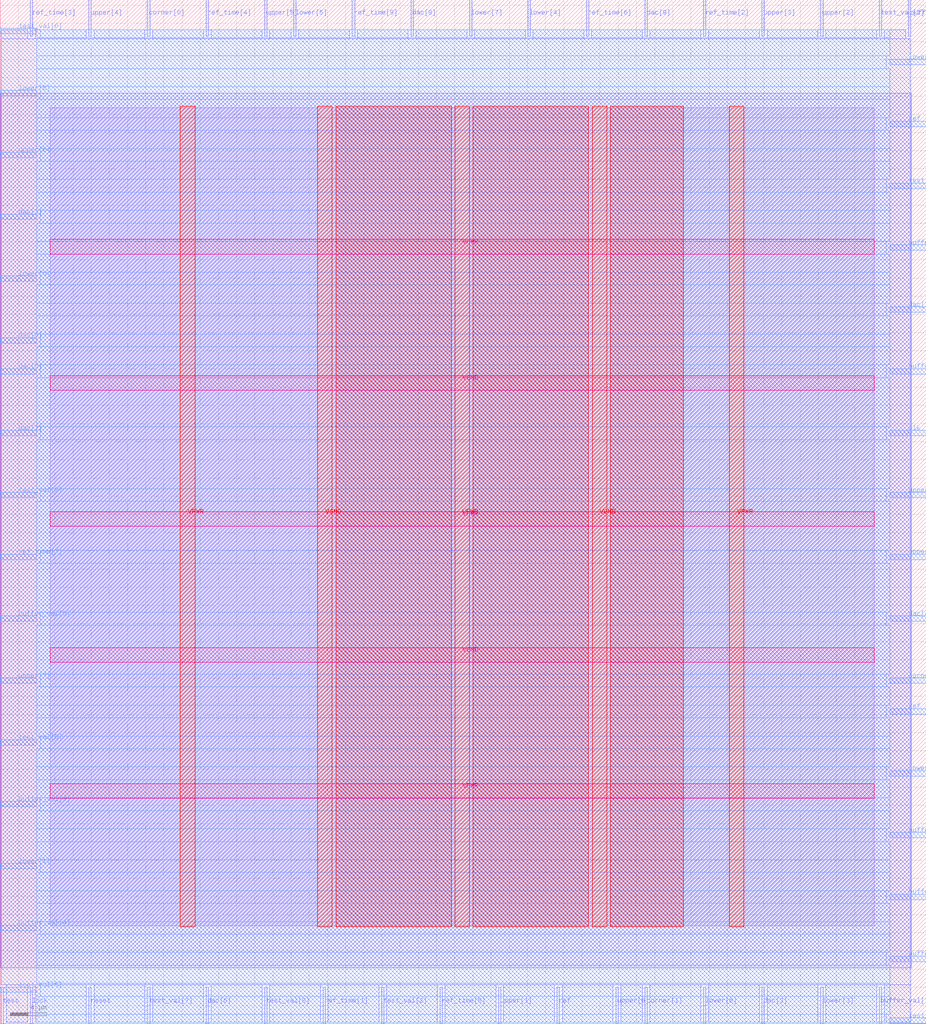
<source format=lef>
VERSION 5.7 ;
  NOWIREEXTENSIONATPIN ON ;
  DIVIDERCHAR "/" ;
  BUSBITCHARS "[]" ;
MACRO fll_wrapper_2
  CLASS BLOCK ;
  FOREIGN fll_wrapper_2 ;
  ORIGIN 0.000 0.000 ;
  SIZE 101.880 BY 112.600 ;
  PIN VGND
    DIRECTION INPUT ;
    USE GROUND ;
    PORT
      LAYER met5 ;
        RECT 5.520 39.760 96.140 41.360 ;
    END
    PORT
      LAYER met5 ;
        RECT 5.520 69.680 96.140 71.280 ;
    END
    PORT
      LAYER met4 ;
        RECT 34.930 10.640 36.530 100.880 ;
    END
    PORT
      LAYER met4 ;
        RECT 65.135 10.640 66.735 100.880 ;
    END
  END VGND
  PIN VPWR
    DIRECTION INPUT ;
    USE POWER ;
    PORT
      LAYER met5 ;
        RECT 5.520 24.800 96.140 26.400 ;
    END
    PORT
      LAYER met5 ;
        RECT 5.520 54.720 96.140 56.320 ;
    END
    PORT
      LAYER met5 ;
        RECT 5.520 84.640 96.140 86.240 ;
    END
    PORT
      LAYER met4 ;
        RECT 19.820 10.640 21.420 100.880 ;
    END
    PORT
      LAYER met4 ;
        RECT 50.030 10.640 51.630 100.880 ;
    END
    PORT
      LAYER met4 ;
        RECT 80.235 10.640 81.835 100.880 ;
    END
  END VPWR
  PIN buffer_val[0]
    DIRECTION OUTPUT TRISTATE ;
    USE SIGNAL ;
    PORT
      LAYER met3 ;
        RECT 0.000 44.240 4.000 44.840 ;
    END
  END buffer_val[0]
  PIN buffer_val[1]
    DIRECTION OUTPUT TRISTATE ;
    USE SIGNAL ;
    PORT
      LAYER met2 ;
        RECT 96.690 0.000 96.970 4.000 ;
    END
  END buffer_val[1]
  PIN buffer_val[2]
    DIRECTION OUTPUT TRISTATE ;
    USE SIGNAL ;
    PORT
      LAYER met3 ;
        RECT 97.880 71.440 101.880 72.040 ;
    END
  END buffer_val[2]
  PIN buffer_val[3]
    DIRECTION OUTPUT TRISTATE ;
    USE SIGNAL ;
    PORT
      LAYER met3 ;
        RECT 97.880 13.640 101.880 14.240 ;
    END
  END buffer_val[3]
  PIN buffer_val[4]
    DIRECTION OUTPUT TRISTATE ;
    USE SIGNAL ;
    PORT
      LAYER met3 ;
        RECT 0.000 10.240 4.000 10.840 ;
    END
  END buffer_val[4]
  PIN buffer_val[5]
    DIRECTION OUTPUT TRISTATE ;
    USE SIGNAL ;
    PORT
      LAYER met3 ;
        RECT 97.880 6.840 101.880 7.440 ;
    END
  END buffer_val[5]
  PIN buffer_val[6]
    DIRECTION OUTPUT TRISTATE ;
    USE SIGNAL ;
    PORT
      LAYER met2 ;
        RECT 99.910 108.600 100.190 112.600 ;
    END
  END buffer_val[6]
  PIN buffer_val[7]
    DIRECTION OUTPUT TRISTATE ;
    USE SIGNAL ;
    PORT
      LAYER met3 ;
        RECT 97.880 20.440 101.880 21.040 ;
    END
  END buffer_val[7]
  PIN buffer_val[8]
    DIRECTION OUTPUT TRISTATE ;
    USE SIGNAL ;
    PORT
      LAYER met3 ;
        RECT 0.000 23.840 4.000 24.440 ;
    END
  END buffer_val[8]
  PIN buffer_val[9]
    DIRECTION OUTPUT TRISTATE ;
    USE SIGNAL ;
    PORT
      LAYER met3 ;
        RECT 97.880 85.040 101.880 85.640 ;
    END
  END buffer_val[9]
  PIN clk
    DIRECTION INPUT ;
    USE SIGNAL ;
    PORT
      LAYER met3 ;
        RECT 97.880 64.640 101.880 65.240 ;
    END
  END clk
  PIN corner[0]
    DIRECTION OUTPUT TRISTATE ;
    USE SIGNAL ;
    PORT
      LAYER met2 ;
        RECT 16.190 108.600 16.470 112.600 ;
    END
  END corner[0]
  PIN corner[1]
    DIRECTION OUTPUT TRISTATE ;
    USE SIGNAL ;
    PORT
      LAYER met2 ;
        RECT 70.930 0.000 71.210 4.000 ;
    END
  END corner[1]
  PIN corner[2]
    DIRECTION OUTPUT TRISTATE ;
    USE SIGNAL ;
    PORT
      LAYER met3 ;
        RECT 97.880 37.440 101.880 38.040 ;
    END
  END corner[2]
  PIN dac[0]
    DIRECTION OUTPUT TRISTATE ;
    USE SIGNAL ;
    PORT
      LAYER met3 ;
        RECT 0.000 74.840 4.000 75.440 ;
    END
  END dac[0]
  PIN dac[1]
    DIRECTION OUTPUT TRISTATE ;
    USE SIGNAL ;
    PORT
      LAYER met3 ;
        RECT 0.000 88.440 4.000 89.040 ;
    END
  END dac[1]
  PIN dac[2]
    DIRECTION OUTPUT TRISTATE ;
    USE SIGNAL ;
    PORT
      LAYER met3 ;
        RECT 0.000 64.640 4.000 65.240 ;
    END
  END dac[2]
  PIN dac[3]
    DIRECTION OUTPUT TRISTATE ;
    USE SIGNAL ;
    PORT
      LAYER met2 ;
        RECT 83.810 0.000 84.090 4.000 ;
    END
  END dac[3]
  PIN dac[4]
    DIRECTION OUTPUT TRISTATE ;
    USE SIGNAL ;
    PORT
      LAYER met3 ;
        RECT 97.880 44.240 101.880 44.840 ;
    END
  END dac[4]
  PIN dac[5]
    DIRECTION OUTPUT TRISTATE ;
    USE SIGNAL ;
    PORT
      LAYER met3 ;
        RECT 0.000 71.440 4.000 72.040 ;
    END
  END dac[5]
  PIN dac[6]
    DIRECTION OUTPUT TRISTATE ;
    USE SIGNAL ;
    PORT
      LAYER met2 ;
        RECT 22.630 0.000 22.910 4.000 ;
    END
  END dac[6]
  PIN dac[7]
    DIRECTION OUTPUT TRISTATE ;
    USE SIGNAL ;
    PORT
      LAYER met3 ;
        RECT 97.880 78.240 101.880 78.840 ;
    END
  END dac[7]
  PIN dac[8]
    DIRECTION OUTPUT TRISTATE ;
    USE SIGNAL ;
    PORT
      LAYER met2 ;
        RECT 45.170 108.600 45.450 112.600 ;
    END
  END dac[8]
  PIN dac[9]
    DIRECTION OUTPUT TRISTATE ;
    USE SIGNAL ;
    PORT
      LAYER met2 ;
        RECT 70.930 108.600 71.210 112.600 ;
    END
  END dac[9]
  PIN lock
    DIRECTION OUTPUT TRISTATE ;
    USE SIGNAL ;
    PORT
      LAYER met2 ;
        RECT 3.310 0.000 3.590 4.000 ;
    END
  END lock
  PIN lower[0]
    DIRECTION INPUT ;
    USE SIGNAL ;
    PORT
      LAYER met3 ;
        RECT 0.000 81.640 4.000 82.240 ;
    END
  END lower[0]
  PIN lower[1]
    DIRECTION INPUT ;
    USE SIGNAL ;
    PORT
      LAYER met3 ;
        RECT 0.000 17.040 4.000 17.640 ;
    END
  END lower[1]
  PIN lower[2]
    DIRECTION INPUT ;
    USE SIGNAL ;
    PORT
      LAYER met3 ;
        RECT 97.880 105.440 101.880 106.040 ;
    END
  END lower[2]
  PIN lower[3]
    DIRECTION INPUT ;
    USE SIGNAL ;
    PORT
      LAYER met2 ;
        RECT 90.250 0.000 90.530 4.000 ;
    END
  END lower[3]
  PIN lower[4]
    DIRECTION INPUT ;
    USE SIGNAL ;
    PORT
      LAYER met2 ;
        RECT 58.050 108.600 58.330 112.600 ;
    END
  END lower[4]
  PIN lower[5]
    DIRECTION INPUT ;
    USE SIGNAL ;
    PORT
      LAYER met2 ;
        RECT 32.290 108.600 32.570 112.600 ;
    END
  END lower[5]
  PIN lower[6]
    DIRECTION INPUT ;
    USE SIGNAL ;
    PORT
      LAYER met2 ;
        RECT 77.370 0.000 77.650 4.000 ;
    END
  END lower[6]
  PIN lower[7]
    DIRECTION INPUT ;
    USE SIGNAL ;
    PORT
      LAYER met2 ;
        RECT 51.610 108.600 51.890 112.600 ;
    END
  END lower[7]
  PIN lower[8]
    DIRECTION INPUT ;
    USE SIGNAL ;
    PORT
      LAYER met3 ;
        RECT 0.000 102.040 4.000 102.640 ;
    END
  END lower[8]
  PIN lower[9]
    DIRECTION INPUT ;
    USE SIGNAL ;
    PORT
      LAYER met3 ;
        RECT 97.880 27.240 101.880 27.840 ;
    END
  END lower[9]
  PIN ref
    DIRECTION INPUT ;
    USE SIGNAL ;
    PORT
      LAYER met2 ;
        RECT 61.270 0.000 61.550 4.000 ;
    END
  END ref
  PIN ref_time[0]
    DIRECTION INPUT ;
    USE SIGNAL ;
    PORT
      LAYER met3 ;
        RECT 97.880 34.040 101.880 34.640 ;
    END
  END ref_time[0]
  PIN ref_time[1]
    DIRECTION INPUT ;
    USE SIGNAL ;
    PORT
      LAYER met2 ;
        RECT 35.510 0.000 35.790 4.000 ;
    END
  END ref_time[1]
  PIN ref_time[2]
    DIRECTION INPUT ;
    USE SIGNAL ;
    PORT
      LAYER met2 ;
        RECT 77.370 108.600 77.650 112.600 ;
    END
  END ref_time[2]
  PIN ref_time[3]
    DIRECTION INPUT ;
    USE SIGNAL ;
    PORT
      LAYER met2 ;
        RECT 3.310 108.600 3.590 112.600 ;
    END
  END ref_time[3]
  PIN ref_time[4]
    DIRECTION INPUT ;
    USE SIGNAL ;
    PORT
      LAYER met2 ;
        RECT 22.630 108.600 22.910 112.600 ;
    END
  END ref_time[4]
  PIN ref_time[5]
    DIRECTION INPUT ;
    USE SIGNAL ;
    PORT
      LAYER met2 ;
        RECT 48.390 0.000 48.670 4.000 ;
    END
  END ref_time[5]
  PIN ref_time[6]
    DIRECTION INPUT ;
    USE SIGNAL ;
    PORT
      LAYER met2 ;
        RECT 64.490 108.600 64.770 112.600 ;
    END
  END ref_time[6]
  PIN ref_time[7]
    DIRECTION INPUT ;
    USE SIGNAL ;
    PORT
      LAYER met3 ;
        RECT 0.000 51.040 4.000 51.640 ;
    END
  END ref_time[7]
  PIN ref_time[8]
    DIRECTION INPUT ;
    USE SIGNAL ;
    PORT
      LAYER met3 ;
        RECT 97.880 98.640 101.880 99.240 ;
    END
  END ref_time[8]
  PIN ref_time[9]
    DIRECTION INPUT ;
    USE SIGNAL ;
    PORT
      LAYER met2 ;
        RECT 38.730 108.600 39.010 112.600 ;
    END
  END ref_time[9]
  PIN reset
    DIRECTION INPUT ;
    USE SIGNAL ;
    PORT
      LAYER met2 ;
        RECT 9.750 0.000 10.030 4.000 ;
    END
  END reset
  PIN test
    DIRECTION INPUT ;
    USE SIGNAL ;
    PORT
      LAYER met2 ;
        RECT 0.090 0.000 0.370 4.000 ;
    END
  END test
  PIN test_val[0]
    DIRECTION INPUT ;
    USE SIGNAL ;
    PORT
      LAYER met3 ;
        RECT 0.000 108.840 4.000 109.440 ;
    END
  END test_val[0]
  PIN test_val[1]
    DIRECTION INPUT ;
    USE SIGNAL ;
    PORT
      LAYER met2 ;
        RECT 96.690 108.600 96.970 112.600 ;
    END
  END test_val[1]
  PIN test_val[2]
    DIRECTION INPUT ;
    USE SIGNAL ;
    PORT
      LAYER met2 ;
        RECT 41.950 0.000 42.230 4.000 ;
    END
  END test_val[2]
  PIN test_val[3]
    DIRECTION INPUT ;
    USE SIGNAL ;
    PORT
      LAYER met3 ;
        RECT 97.880 91.840 101.880 92.440 ;
    END
  END test_val[3]
  PIN test_val[4]
    DIRECTION INPUT ;
    USE SIGNAL ;
    PORT
      LAYER met3 ;
        RECT 97.880 0.040 101.880 0.640 ;
    END
  END test_val[4]
  PIN test_val[5]
    DIRECTION INPUT ;
    USE SIGNAL ;
    PORT
      LAYER met3 ;
        RECT 0.000 30.640 4.000 31.240 ;
    END
  END test_val[5]
  PIN test_val[6]
    DIRECTION INPUT ;
    USE SIGNAL ;
    PORT
      LAYER met3 ;
        RECT 0.000 3.440 4.000 4.040 ;
    END
  END test_val[6]
  PIN test_val[7]
    DIRECTION INPUT ;
    USE SIGNAL ;
    PORT
      LAYER met2 ;
        RECT 16.190 0.000 16.470 4.000 ;
    END
  END test_val[7]
  PIN test_val[8]
    DIRECTION INPUT ;
    USE SIGNAL ;
    PORT
      LAYER met2 ;
        RECT 29.070 0.000 29.350 4.000 ;
    END
  END test_val[8]
  PIN test_val[9]
    DIRECTION INPUT ;
    USE SIGNAL ;
    PORT
      LAYER met3 ;
        RECT 0.000 57.840 4.000 58.440 ;
    END
  END test_val[9]
  PIN upper[0]
    DIRECTION INPUT ;
    USE SIGNAL ;
    PORT
      LAYER met3 ;
        RECT 97.880 57.840 101.880 58.440 ;
    END
  END upper[0]
  PIN upper[1]
    DIRECTION INPUT ;
    USE SIGNAL ;
    PORT
      LAYER met2 ;
        RECT 54.830 0.000 55.110 4.000 ;
    END
  END upper[1]
  PIN upper[2]
    DIRECTION INPUT ;
    USE SIGNAL ;
    PORT
      LAYER met2 ;
        RECT 90.250 108.600 90.530 112.600 ;
    END
  END upper[2]
  PIN upper[3]
    DIRECTION INPUT ;
    USE SIGNAL ;
    PORT
      LAYER met2 ;
        RECT 83.810 108.600 84.090 112.600 ;
    END
  END upper[3]
  PIN upper[4]
    DIRECTION INPUT ;
    USE SIGNAL ;
    PORT
      LAYER met2 ;
        RECT 9.750 108.600 10.030 112.600 ;
    END
  END upper[4]
  PIN upper[5]
    DIRECTION INPUT ;
    USE SIGNAL ;
    PORT
      LAYER met2 ;
        RECT 29.070 108.600 29.350 112.600 ;
    END
  END upper[5]
  PIN upper[6]
    DIRECTION INPUT ;
    USE SIGNAL ;
    PORT
      LAYER met2 ;
        RECT 67.710 0.000 67.990 4.000 ;
    END
  END upper[6]
  PIN upper[7]
    DIRECTION INPUT ;
    USE SIGNAL ;
    PORT
      LAYER met3 ;
        RECT 0.000 37.440 4.000 38.040 ;
    END
  END upper[7]
  PIN upper[8]
    DIRECTION INPUT ;
    USE SIGNAL ;
    PORT
      LAYER met3 ;
        RECT 0.000 95.240 4.000 95.840 ;
    END
  END upper[8]
  PIN upper[9]
    DIRECTION INPUT ;
    USE SIGNAL ;
    PORT
      LAYER met3 ;
        RECT 97.880 51.040 101.880 51.640 ;
    END
  END upper[9]
  OBS
      LAYER li1 ;
        RECT 5.520 10.795 96.140 100.725 ;
      LAYER met1 ;
        RECT 0.070 6.160 100.210 102.300 ;
      LAYER met2 ;
        RECT 0.100 108.320 3.030 109.325 ;
        RECT 3.870 108.320 9.470 109.325 ;
        RECT 10.310 108.320 15.910 109.325 ;
        RECT 16.750 108.320 22.350 109.325 ;
        RECT 23.190 108.320 28.790 109.325 ;
        RECT 29.630 108.320 32.010 109.325 ;
        RECT 32.850 108.320 38.450 109.325 ;
        RECT 39.290 108.320 44.890 109.325 ;
        RECT 45.730 108.320 51.330 109.325 ;
        RECT 52.170 108.320 57.770 109.325 ;
        RECT 58.610 108.320 64.210 109.325 ;
        RECT 65.050 108.320 70.650 109.325 ;
        RECT 71.490 108.320 77.090 109.325 ;
        RECT 77.930 108.320 83.530 109.325 ;
        RECT 84.370 108.320 89.970 109.325 ;
        RECT 90.810 108.320 96.410 109.325 ;
        RECT 97.250 108.320 99.630 109.325 ;
        RECT 0.100 4.280 100.180 108.320 ;
        RECT 0.650 0.155 3.030 4.280 ;
        RECT 3.870 0.155 9.470 4.280 ;
        RECT 10.310 0.155 15.910 4.280 ;
        RECT 16.750 0.155 22.350 4.280 ;
        RECT 23.190 0.155 28.790 4.280 ;
        RECT 29.630 0.155 35.230 4.280 ;
        RECT 36.070 0.155 41.670 4.280 ;
        RECT 42.510 0.155 48.110 4.280 ;
        RECT 48.950 0.155 54.550 4.280 ;
        RECT 55.390 0.155 60.990 4.280 ;
        RECT 61.830 0.155 67.430 4.280 ;
        RECT 68.270 0.155 70.650 4.280 ;
        RECT 71.490 0.155 77.090 4.280 ;
        RECT 77.930 0.155 83.530 4.280 ;
        RECT 84.370 0.155 89.970 4.280 ;
        RECT 90.810 0.155 96.410 4.280 ;
        RECT 97.250 0.155 100.180 4.280 ;
      LAYER met3 ;
        RECT 4.400 108.440 97.880 109.305 ;
        RECT 4.000 106.440 97.880 108.440 ;
        RECT 4.000 105.040 97.480 106.440 ;
        RECT 4.000 103.040 97.880 105.040 ;
        RECT 4.400 101.640 97.880 103.040 ;
        RECT 4.000 99.640 97.880 101.640 ;
        RECT 4.000 98.240 97.480 99.640 ;
        RECT 4.000 96.240 97.880 98.240 ;
        RECT 4.400 94.840 97.880 96.240 ;
        RECT 4.000 92.840 97.880 94.840 ;
        RECT 4.000 91.440 97.480 92.840 ;
        RECT 4.000 89.440 97.880 91.440 ;
        RECT 4.400 88.040 97.880 89.440 ;
        RECT 4.000 86.040 97.880 88.040 ;
        RECT 4.000 84.640 97.480 86.040 ;
        RECT 4.000 82.640 97.880 84.640 ;
        RECT 4.400 81.240 97.880 82.640 ;
        RECT 4.000 79.240 97.880 81.240 ;
        RECT 4.000 77.840 97.480 79.240 ;
        RECT 4.000 75.840 97.880 77.840 ;
        RECT 4.400 74.440 97.880 75.840 ;
        RECT 4.000 72.440 97.880 74.440 ;
        RECT 4.400 71.040 97.480 72.440 ;
        RECT 4.000 65.640 97.880 71.040 ;
        RECT 4.400 64.240 97.480 65.640 ;
        RECT 4.000 58.840 97.880 64.240 ;
        RECT 4.400 57.440 97.480 58.840 ;
        RECT 4.000 52.040 97.880 57.440 ;
        RECT 4.400 50.640 97.480 52.040 ;
        RECT 4.000 45.240 97.880 50.640 ;
        RECT 4.400 43.840 97.480 45.240 ;
        RECT 4.000 38.440 97.880 43.840 ;
        RECT 4.400 37.040 97.480 38.440 ;
        RECT 4.000 35.040 97.880 37.040 ;
        RECT 4.000 33.640 97.480 35.040 ;
        RECT 4.000 31.640 97.880 33.640 ;
        RECT 4.400 30.240 97.880 31.640 ;
        RECT 4.000 28.240 97.880 30.240 ;
        RECT 4.000 26.840 97.480 28.240 ;
        RECT 4.000 24.840 97.880 26.840 ;
        RECT 4.400 23.440 97.880 24.840 ;
        RECT 4.000 21.440 97.880 23.440 ;
        RECT 4.000 20.040 97.480 21.440 ;
        RECT 4.000 18.040 97.880 20.040 ;
        RECT 4.400 16.640 97.880 18.040 ;
        RECT 4.000 14.640 97.880 16.640 ;
        RECT 4.000 13.240 97.480 14.640 ;
        RECT 4.000 11.240 97.880 13.240 ;
        RECT 4.400 9.840 97.880 11.240 ;
        RECT 4.000 7.840 97.880 9.840 ;
        RECT 4.000 6.440 97.480 7.840 ;
        RECT 4.000 4.440 97.880 6.440 ;
        RECT 4.400 3.040 97.880 4.440 ;
        RECT 4.000 1.040 97.880 3.040 ;
        RECT 4.000 0.175 97.480 1.040 ;
      LAYER met4 ;
        RECT 36.930 10.640 49.630 100.880 ;
        RECT 52.030 10.640 64.735 100.880 ;
        RECT 67.135 10.640 75.145 100.880 ;
  END
END fll_wrapper_2
END LIBRARY


</source>
